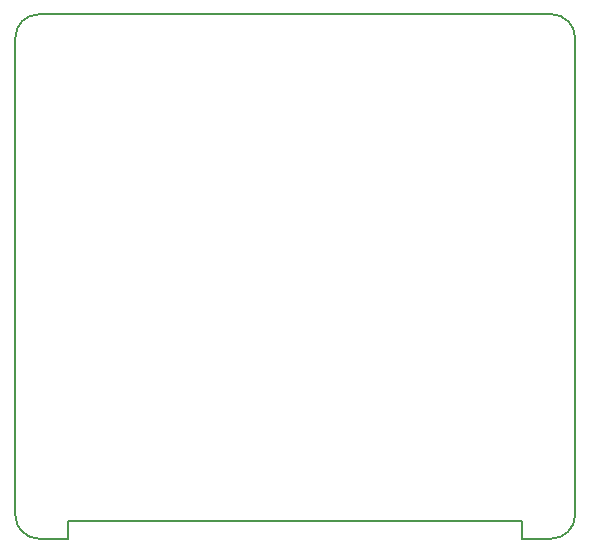
<source format=gko>
G04 Layer_Color=16711935*
%FSAX25Y25*%
%MOIN*%
G70*
G01*
G75*
%ADD44C,0.00787*%
D44*
X0464173Y0241142D02*
G03*
X0472047Y0249016I0000000J0007874D01*
G01*
X0285433D02*
G03*
X0293307Y0241142I0007874J0000000D01*
G01*
X0472047Y0408071D02*
G03*
X0464173Y0415945I-0007874J0000000D01*
G01*
X0293307D02*
G03*
X0285433Y0408071I0000000J-0007874D01*
G01*
X0293307Y0415945D02*
X0464173D01*
X0472047Y0249016D02*
Y0408071D01*
X0285433Y0249016D02*
Y0408071D01*
X0303150Y0247047D02*
X0454331D01*
X0303150Y0241142D02*
Y0247047D01*
X0454331Y0241142D02*
Y0247047D01*
Y0241142D02*
X0464173D01*
X0464173Y0241142D01*
X0293307D02*
X0303150D01*
M02*

</source>
